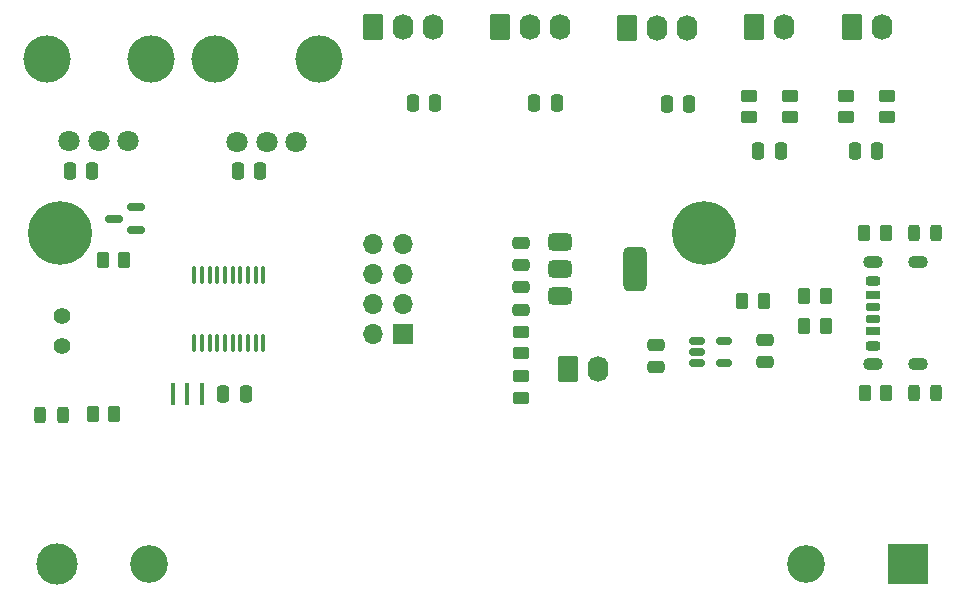
<source format=gbr>
%TF.GenerationSoftware,KiCad,Pcbnew,9.0.0*%
%TF.CreationDate,2025-03-25T21:18:25-04:00*%
%TF.ProjectId,interrupter,696e7465-7272-4757-9074-65722e6b6963,rev?*%
%TF.SameCoordinates,Original*%
%TF.FileFunction,Soldermask,Top*%
%TF.FilePolarity,Negative*%
%FSLAX46Y46*%
G04 Gerber Fmt 4.6, Leading zero omitted, Abs format (unit mm)*
G04 Created by KiCad (PCBNEW 9.0.0) date 2025-03-25 21:18:25*
%MOMM*%
%LPD*%
G01*
G04 APERTURE LIST*
G04 Aperture macros list*
%AMRoundRect*
0 Rectangle with rounded corners*
0 $1 Rounding radius*
0 $2 $3 $4 $5 $6 $7 $8 $9 X,Y pos of 4 corners*
0 Add a 4 corners polygon primitive as box body*
4,1,4,$2,$3,$4,$5,$6,$7,$8,$9,$2,$3,0*
0 Add four circle primitives for the rounded corners*
1,1,$1+$1,$2,$3*
1,1,$1+$1,$4,$5*
1,1,$1+$1,$6,$7*
1,1,$1+$1,$8,$9*
0 Add four rect primitives between the rounded corners*
20,1,$1+$1,$2,$3,$4,$5,0*
20,1,$1+$1,$4,$5,$6,$7,0*
20,1,$1+$1,$6,$7,$8,$9,0*
20,1,$1+$1,$8,$9,$2,$3,0*%
G04 Aperture macros list end*
%ADD10R,0.400000X1.900000*%
%ADD11RoundRect,0.250000X0.450000X-0.262500X0.450000X0.262500X-0.450000X0.262500X-0.450000X-0.262500X0*%
%ADD12RoundRect,0.250000X0.475000X-0.250000X0.475000X0.250000X-0.475000X0.250000X-0.475000X-0.250000X0*%
%ADD13RoundRect,0.250000X-0.250000X-0.475000X0.250000X-0.475000X0.250000X0.475000X-0.250000X0.475000X0*%
%ADD14RoundRect,0.250000X-0.450000X0.262500X-0.450000X-0.262500X0.450000X-0.262500X0.450000X0.262500X0*%
%ADD15RoundRect,0.250000X0.262500X0.450000X-0.262500X0.450000X-0.262500X-0.450000X0.262500X-0.450000X0*%
%ADD16RoundRect,0.250000X0.250000X0.475000X-0.250000X0.475000X-0.250000X-0.475000X0.250000X-0.475000X0*%
%ADD17RoundRect,0.250000X-0.262500X-0.450000X0.262500X-0.450000X0.262500X0.450000X-0.262500X0.450000X0*%
%ADD18C,0.800000*%
%ADD19C,5.400000*%
%ADD20RoundRect,0.250000X-0.620000X-0.845000X0.620000X-0.845000X0.620000X0.845000X-0.620000X0.845000X0*%
%ADD21O,1.740000X2.190000*%
%ADD22RoundRect,0.150000X-0.512500X-0.150000X0.512500X-0.150000X0.512500X0.150000X-0.512500X0.150000X0*%
%ADD23C,3.200000*%
%ADD24R,3.500000X3.500000*%
%ADD25C,3.500000*%
%ADD26R,1.700000X1.700000*%
%ADD27O,1.700000X1.700000*%
%ADD28RoundRect,0.243750X-0.243750X-0.456250X0.243750X-0.456250X0.243750X0.456250X-0.243750X0.456250X0*%
%ADD29C,4.000000*%
%ADD30C,1.800000*%
%ADD31RoundRect,0.100000X0.100000X-0.637500X0.100000X0.637500X-0.100000X0.637500X-0.100000X-0.637500X0*%
%ADD32RoundRect,0.150000X0.587500X0.150000X-0.587500X0.150000X-0.587500X-0.150000X0.587500X-0.150000X0*%
%ADD33RoundRect,0.175000X0.425000X-0.175000X0.425000X0.175000X-0.425000X0.175000X-0.425000X-0.175000X0*%
%ADD34RoundRect,0.190000X-0.410000X0.190000X-0.410000X-0.190000X0.410000X-0.190000X0.410000X0.190000X0*%
%ADD35RoundRect,0.200000X-0.400000X0.200000X-0.400000X-0.200000X0.400000X-0.200000X0.400000X0.200000X0*%
%ADD36RoundRect,0.175000X-0.425000X0.175000X-0.425000X-0.175000X0.425000X-0.175000X0.425000X0.175000X0*%
%ADD37RoundRect,0.190000X0.410000X-0.190000X0.410000X0.190000X-0.410000X0.190000X-0.410000X-0.190000X0*%
%ADD38RoundRect,0.200000X0.400000X-0.200000X0.400000X0.200000X-0.400000X0.200000X-0.400000X-0.200000X0*%
%ADD39O,1.700000X1.100000*%
%ADD40RoundRect,0.375000X-0.625000X-0.375000X0.625000X-0.375000X0.625000X0.375000X-0.625000X0.375000X0*%
%ADD41RoundRect,0.500000X-0.500000X-1.400000X0.500000X-1.400000X0.500000X1.400000X-0.500000X1.400000X0*%
%ADD42RoundRect,0.243750X0.243750X0.456250X-0.243750X0.456250X-0.243750X-0.456250X0.243750X-0.456250X0*%
%ADD43C,1.400000*%
G04 APERTURE END LIST*
D10*
%TO.C,Y1*%
X201325000Y-112887500D03*
X202525000Y-112887500D03*
X203725000Y-112887500D03*
%TD*%
D11*
%TO.C,R8*%
X253540000Y-89412500D03*
X253540000Y-87587500D03*
%TD*%
D12*
%TO.C,C2*%
X251407500Y-110182500D03*
X251407500Y-108282500D03*
%TD*%
D13*
%TO.C,C4*%
X205575000Y-112887500D03*
X207475000Y-112887500D03*
%TD*%
D14*
%TO.C,R9*%
X250040000Y-87587500D03*
X250040000Y-89412500D03*
%TD*%
D13*
%TO.C,C10*%
X243090000Y-88330000D03*
X244990000Y-88330000D03*
%TD*%
D15*
%TO.C,R12*%
X261690000Y-112795000D03*
X259865000Y-112795000D03*
%TD*%
%TO.C,R3*%
X251320000Y-104982500D03*
X249495000Y-104982500D03*
%TD*%
%TO.C,R4*%
X256570000Y-104570000D03*
X254745000Y-104570000D03*
%TD*%
D16*
%TO.C,C12*%
X194450000Y-94000000D03*
X192550000Y-94000000D03*
%TD*%
D17*
%TO.C,R1*%
X195337500Y-101500000D03*
X197162500Y-101500000D03*
%TD*%
D13*
%TO.C,C9*%
X231880000Y-88250000D03*
X233780000Y-88250000D03*
%TD*%
D18*
%TO.C,H1*%
X244225000Y-99250000D03*
X244818109Y-97818109D03*
X244818109Y-100681891D03*
X246250000Y-97225000D03*
D19*
X246250000Y-99250000D03*
D18*
X246250000Y-101275000D03*
X247681891Y-97818109D03*
X247681891Y-100681891D03*
X248275000Y-99250000D03*
%TD*%
D20*
%TO.C,J7*%
X229000000Y-81770000D03*
D21*
X231540000Y-81770000D03*
X234080000Y-81770000D03*
%TD*%
D14*
%TO.C,R7*%
X230750000Y-107587500D03*
X230750000Y-109412500D03*
%TD*%
D20*
%TO.C,J2*%
X250520000Y-81770000D03*
D21*
X253060000Y-81770000D03*
%TD*%
D22*
%TO.C,U4*%
X245657500Y-108332500D03*
X245657500Y-109282500D03*
X245657500Y-110232500D03*
X247932500Y-110232500D03*
X247932500Y-108332500D03*
%TD*%
D17*
%TO.C,R13*%
X194510000Y-114537500D03*
X196335000Y-114537500D03*
%TD*%
D23*
%TO.C,BT1*%
X254855000Y-127250000D03*
X199245000Y-127250000D03*
D24*
X263500000Y-127250000D03*
D25*
X191500000Y-127250000D03*
%TD*%
D26*
%TO.C,J4*%
X220750000Y-107750000D03*
D27*
X218210000Y-107750000D03*
X220750000Y-105210000D03*
X218210000Y-105210000D03*
X220750000Y-102670000D03*
X218210000Y-102670000D03*
X220750000Y-100130000D03*
X218210000Y-100130000D03*
%TD*%
D15*
%TO.C,R5*%
X256570000Y-107070000D03*
X254745000Y-107070000D03*
%TD*%
D13*
%TO.C,C7*%
X259040000Y-92250000D03*
X260940000Y-92250000D03*
%TD*%
D12*
%TO.C,C3*%
X230750000Y-101950000D03*
X230750000Y-100050000D03*
%TD*%
D14*
%TO.C,R6*%
X230750000Y-111337500D03*
X230750000Y-113162500D03*
%TD*%
D18*
%TO.C,H2*%
X189725000Y-99250000D03*
X190318109Y-97818109D03*
X190318109Y-100681891D03*
X191750000Y-97225000D03*
D19*
X191750000Y-99250000D03*
D18*
X191750000Y-101275000D03*
X193181891Y-97818109D03*
X193181891Y-100681891D03*
X193775000Y-99250000D03*
%TD*%
D14*
%TO.C,R11*%
X258290000Y-87587500D03*
X258290000Y-89412500D03*
%TD*%
D28*
%TO.C,D1*%
X264062500Y-99250000D03*
X265937500Y-99250000D03*
%TD*%
D13*
%TO.C,C6*%
X250840000Y-92250000D03*
X252740000Y-92250000D03*
%TD*%
D29*
%TO.C,RV2*%
X190600000Y-84450000D03*
X199400000Y-84450000D03*
D30*
X197500000Y-91450000D03*
X195000000Y-91450000D03*
X192500000Y-91450000D03*
%TD*%
D31*
%TO.C,U2*%
X203100000Y-108500000D03*
X203750000Y-108500000D03*
X204400000Y-108500000D03*
X205050000Y-108500000D03*
X205700000Y-108500000D03*
X206350000Y-108500000D03*
X207000000Y-108500000D03*
X207650000Y-108500000D03*
X208300000Y-108500000D03*
X208950000Y-108500000D03*
X208950000Y-102775000D03*
X208300000Y-102775000D03*
X207650000Y-102775000D03*
X207000000Y-102775000D03*
X206350000Y-102775000D03*
X205700000Y-102775000D03*
X205050000Y-102775000D03*
X204400000Y-102775000D03*
X203750000Y-102775000D03*
X203100000Y-102775000D03*
%TD*%
D15*
%TO.C,R2*%
X261662500Y-99250000D03*
X259837500Y-99250000D03*
%TD*%
D16*
%TO.C,C11*%
X208700000Y-94000000D03*
X206800000Y-94000000D03*
%TD*%
D32*
%TO.C,Q1*%
X198187500Y-98950000D03*
X198187500Y-97050000D03*
X196312500Y-98000000D03*
%TD*%
D20*
%TO.C,J3*%
X258790000Y-81750000D03*
D21*
X261330000Y-81750000D03*
%TD*%
D20*
%TO.C,J8*%
X239750000Y-81830000D03*
D21*
X242290000Y-81830000D03*
X244830000Y-81830000D03*
%TD*%
D20*
%TO.C,J6*%
X218250000Y-81750000D03*
D21*
X220790000Y-81750000D03*
X223330000Y-81750000D03*
%TD*%
D33*
%TO.C,J5*%
X260527500Y-106500000D03*
D34*
X260527500Y-104480000D03*
D35*
X260527500Y-103250000D03*
D36*
X260527500Y-105500000D03*
D37*
X260527500Y-107520000D03*
D38*
X260527500Y-108750000D03*
D39*
X260607500Y-110320000D03*
X264407500Y-110320000D03*
X260607500Y-101680000D03*
X264407500Y-101680000D03*
%TD*%
D29*
%TO.C,RV1*%
X204850000Y-84500000D03*
X213650000Y-84500000D03*
D30*
X211750000Y-91500000D03*
X209250000Y-91500000D03*
X206750000Y-91500000D03*
%TD*%
D12*
%TO.C,C5*%
X230750000Y-105700000D03*
X230750000Y-103800000D03*
%TD*%
D11*
%TO.C,R10*%
X261790000Y-89412500D03*
X261790000Y-87587500D03*
%TD*%
D20*
%TO.C,J1*%
X234750000Y-110750000D03*
D21*
X237290000Y-110750000D03*
%TD*%
D40*
%TO.C,U1*%
X234100000Y-99950000D03*
X234100000Y-102250000D03*
D41*
X240400000Y-102250000D03*
D40*
X234100000Y-104550000D03*
%TD*%
D28*
%TO.C,D3*%
X190075000Y-114672500D03*
X191950000Y-114672500D03*
%TD*%
D12*
%TO.C,C1*%
X242157500Y-110570000D03*
X242157500Y-108670000D03*
%TD*%
D42*
%TO.C,D2*%
X265937500Y-112750000D03*
X264062500Y-112750000D03*
%TD*%
D13*
%TO.C,C8*%
X221590000Y-88250000D03*
X223490000Y-88250000D03*
%TD*%
D43*
%TO.C,U3*%
X191917500Y-106230000D03*
X191917500Y-108770000D03*
%TD*%
M02*

</source>
